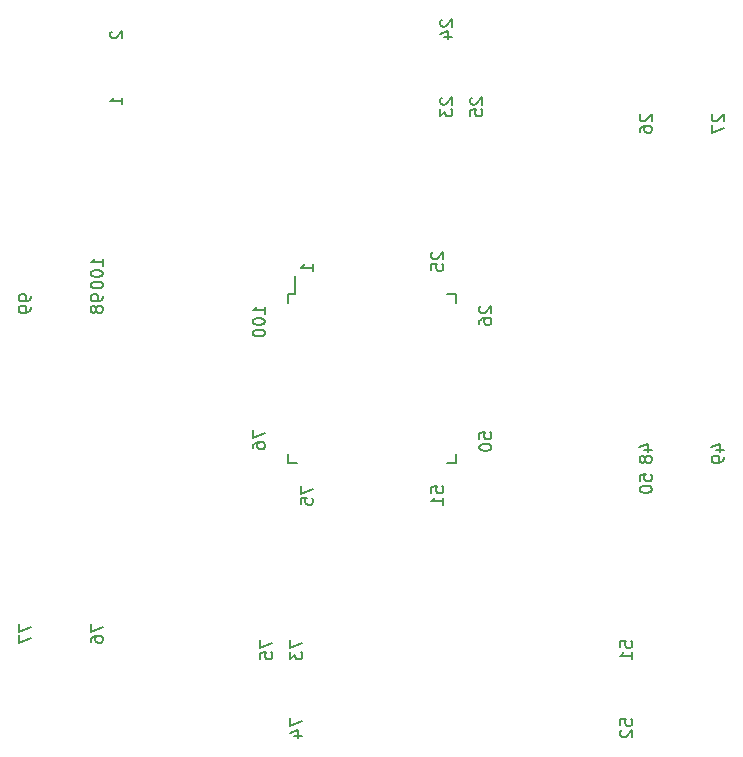
<source format=gbo>
G04 #@! TF.GenerationSoftware,KiCad,Pcbnew,(5.0.2)-1*
G04 #@! TF.CreationDate,2019-01-06T22:14:06+08:00*
G04 #@! TF.ProjectId,LQFP Breakout Board,4c514650-2042-4726-9561-6b6f75742042,rev?*
G04 #@! TF.SameCoordinates,Original*
G04 #@! TF.FileFunction,Legend,Bot*
G04 #@! TF.FilePolarity,Positive*
%FSLAX46Y46*%
G04 Gerber Fmt 4.6, Leading zero omitted, Abs format (unit mm)*
G04 Created by KiCad (PCBNEW (5.0.2)-1) date 01/06/19 22:14:06*
%MOMM*%
%LPD*%
G01*
G04 APERTURE LIST*
%ADD10C,0.203200*%
%ADD11C,0.150000*%
G04 APERTURE END LIST*
D10*
X115140619Y-94246095D02*
X115140619Y-93762285D01*
X115624428Y-93713904D01*
X115576047Y-93762285D01*
X115527666Y-93859047D01*
X115527666Y-94100952D01*
X115576047Y-94197714D01*
X115624428Y-94246095D01*
X115721190Y-94294476D01*
X115963095Y-94294476D01*
X116059857Y-94246095D01*
X116108238Y-94197714D01*
X116156619Y-94100952D01*
X116156619Y-93859047D01*
X116108238Y-93762285D01*
X116059857Y-93713904D01*
X115140619Y-94923428D02*
X115140619Y-95020190D01*
X115189000Y-95116952D01*
X115237380Y-95165333D01*
X115334142Y-95213714D01*
X115527666Y-95262095D01*
X115769571Y-95262095D01*
X115963095Y-95213714D01*
X116059857Y-95165333D01*
X116108238Y-95116952D01*
X116156619Y-95020190D01*
X116156619Y-94923428D01*
X116108238Y-94826666D01*
X116059857Y-94778285D01*
X115963095Y-94729904D01*
X115769571Y-94681523D01*
X115527666Y-94681523D01*
X115334142Y-94729904D01*
X115237380Y-94778285D01*
X115189000Y-94826666D01*
X115140619Y-94923428D01*
X115479285Y-91657714D02*
X116156619Y-91657714D01*
X115092238Y-91415809D02*
X115817952Y-91173904D01*
X115817952Y-91802857D01*
X115576047Y-92335047D02*
X115527666Y-92238285D01*
X115479285Y-92189904D01*
X115382523Y-92141523D01*
X115334142Y-92141523D01*
X115237380Y-92189904D01*
X115189000Y-92238285D01*
X115140619Y-92335047D01*
X115140619Y-92528571D01*
X115189000Y-92625333D01*
X115237380Y-92673714D01*
X115334142Y-92722095D01*
X115382523Y-92722095D01*
X115479285Y-92673714D01*
X115527666Y-92625333D01*
X115576047Y-92528571D01*
X115576047Y-92335047D01*
X115624428Y-92238285D01*
X115672809Y-92189904D01*
X115769571Y-92141523D01*
X115963095Y-92141523D01*
X116059857Y-92189904D01*
X116108238Y-92238285D01*
X116156619Y-92335047D01*
X116156619Y-92528571D01*
X116108238Y-92625333D01*
X116059857Y-92673714D01*
X115963095Y-92722095D01*
X115769571Y-92722095D01*
X115672809Y-92673714D01*
X115624428Y-92625333D01*
X115576047Y-92528571D01*
X121575285Y-91657714D02*
X122252619Y-91657714D01*
X121188238Y-91415809D02*
X121913952Y-91173904D01*
X121913952Y-91802857D01*
X122252619Y-92238285D02*
X122252619Y-92431809D01*
X122204238Y-92528571D01*
X122155857Y-92576952D01*
X122010714Y-92673714D01*
X121817190Y-92722095D01*
X121430142Y-92722095D01*
X121333380Y-92673714D01*
X121285000Y-92625333D01*
X121236619Y-92528571D01*
X121236619Y-92335047D01*
X121285000Y-92238285D01*
X121333380Y-92189904D01*
X121430142Y-92141523D01*
X121672047Y-92141523D01*
X121768809Y-92189904D01*
X121817190Y-92238285D01*
X121865571Y-92335047D01*
X121865571Y-92528571D01*
X121817190Y-92625333D01*
X121768809Y-92673714D01*
X121672047Y-92722095D01*
X121333380Y-63233904D02*
X121285000Y-63282285D01*
X121236619Y-63379047D01*
X121236619Y-63620952D01*
X121285000Y-63717714D01*
X121333380Y-63766095D01*
X121430142Y-63814476D01*
X121526904Y-63814476D01*
X121672047Y-63766095D01*
X122252619Y-63185523D01*
X122252619Y-63814476D01*
X121236619Y-64153142D02*
X121236619Y-64830476D01*
X122252619Y-64395047D01*
X115237380Y-63233904D02*
X115189000Y-63282285D01*
X115140619Y-63379047D01*
X115140619Y-63620952D01*
X115189000Y-63717714D01*
X115237380Y-63766095D01*
X115334142Y-63814476D01*
X115430904Y-63814476D01*
X115576047Y-63766095D01*
X116156619Y-63185523D01*
X116156619Y-63814476D01*
X115140619Y-64685333D02*
X115140619Y-64491809D01*
X115189000Y-64395047D01*
X115237380Y-64346666D01*
X115382523Y-64249904D01*
X115576047Y-64201523D01*
X115963095Y-64201523D01*
X116059857Y-64249904D01*
X116108238Y-64298285D01*
X116156619Y-64395047D01*
X116156619Y-64588571D01*
X116108238Y-64685333D01*
X116059857Y-64733714D01*
X115963095Y-64782095D01*
X115721190Y-64782095D01*
X115624428Y-64733714D01*
X115576047Y-64685333D01*
X115527666Y-64588571D01*
X115527666Y-64395047D01*
X115576047Y-64298285D01*
X115624428Y-64249904D01*
X115721190Y-64201523D01*
X69674619Y-76030666D02*
X69674619Y-75450095D01*
X69674619Y-75740380D02*
X68658619Y-75740380D01*
X68803761Y-75643619D01*
X68900523Y-75546857D01*
X68948904Y-75450095D01*
X68658619Y-76659619D02*
X68658619Y-76756380D01*
X68707000Y-76853142D01*
X68755380Y-76901523D01*
X68852142Y-76949904D01*
X69045666Y-76998285D01*
X69287571Y-76998285D01*
X69481095Y-76949904D01*
X69577857Y-76901523D01*
X69626238Y-76853142D01*
X69674619Y-76756380D01*
X69674619Y-76659619D01*
X69626238Y-76562857D01*
X69577857Y-76514476D01*
X69481095Y-76466095D01*
X69287571Y-76417714D01*
X69045666Y-76417714D01*
X68852142Y-76466095D01*
X68755380Y-76514476D01*
X68707000Y-76562857D01*
X68658619Y-76659619D01*
X68658619Y-77627238D02*
X68658619Y-77724000D01*
X68707000Y-77820761D01*
X68755380Y-77869142D01*
X68852142Y-77917523D01*
X69045666Y-77965904D01*
X69287571Y-77965904D01*
X69481095Y-77917523D01*
X69577857Y-77869142D01*
X69626238Y-77820761D01*
X69674619Y-77724000D01*
X69674619Y-77627238D01*
X69626238Y-77530476D01*
X69577857Y-77482095D01*
X69481095Y-77433714D01*
X69287571Y-77385333D01*
X69045666Y-77385333D01*
X68852142Y-77433714D01*
X68755380Y-77482095D01*
X68707000Y-77530476D01*
X68658619Y-77627238D01*
X69674619Y-78570666D02*
X69674619Y-78764190D01*
X69626238Y-78860952D01*
X69577857Y-78909333D01*
X69432714Y-79006095D01*
X69239190Y-79054476D01*
X68852142Y-79054476D01*
X68755380Y-79006095D01*
X68707000Y-78957714D01*
X68658619Y-78860952D01*
X68658619Y-78667428D01*
X68707000Y-78570666D01*
X68755380Y-78522285D01*
X68852142Y-78473904D01*
X69094047Y-78473904D01*
X69190809Y-78522285D01*
X69239190Y-78570666D01*
X69287571Y-78667428D01*
X69287571Y-78860952D01*
X69239190Y-78957714D01*
X69190809Y-79006095D01*
X69094047Y-79054476D01*
X69094047Y-79635047D02*
X69045666Y-79538285D01*
X68997285Y-79489904D01*
X68900523Y-79441523D01*
X68852142Y-79441523D01*
X68755380Y-79489904D01*
X68707000Y-79538285D01*
X68658619Y-79635047D01*
X68658619Y-79828571D01*
X68707000Y-79925333D01*
X68755380Y-79973714D01*
X68852142Y-80022095D01*
X68900523Y-80022095D01*
X68997285Y-79973714D01*
X69045666Y-79925333D01*
X69094047Y-79828571D01*
X69094047Y-79635047D01*
X69142428Y-79538285D01*
X69190809Y-79489904D01*
X69287571Y-79441523D01*
X69481095Y-79441523D01*
X69577857Y-79489904D01*
X69626238Y-79538285D01*
X69674619Y-79635047D01*
X69674619Y-79828571D01*
X69626238Y-79925333D01*
X69577857Y-79973714D01*
X69481095Y-80022095D01*
X69287571Y-80022095D01*
X69190809Y-79973714D01*
X69142428Y-79925333D01*
X69094047Y-79828571D01*
X63578619Y-78570666D02*
X63578619Y-78764190D01*
X63530238Y-78860952D01*
X63481857Y-78909333D01*
X63336714Y-79006095D01*
X63143190Y-79054476D01*
X62756142Y-79054476D01*
X62659380Y-79006095D01*
X62611000Y-78957714D01*
X62562619Y-78860952D01*
X62562619Y-78667428D01*
X62611000Y-78570666D01*
X62659380Y-78522285D01*
X62756142Y-78473904D01*
X62998047Y-78473904D01*
X63094809Y-78522285D01*
X63143190Y-78570666D01*
X63191571Y-78667428D01*
X63191571Y-78860952D01*
X63143190Y-78957714D01*
X63094809Y-79006095D01*
X62998047Y-79054476D01*
X63578619Y-79538285D02*
X63578619Y-79731809D01*
X63530238Y-79828571D01*
X63481857Y-79876952D01*
X63336714Y-79973714D01*
X63143190Y-80022095D01*
X62756142Y-80022095D01*
X62659380Y-79973714D01*
X62611000Y-79925333D01*
X62562619Y-79828571D01*
X62562619Y-79635047D01*
X62611000Y-79538285D01*
X62659380Y-79489904D01*
X62756142Y-79441523D01*
X62998047Y-79441523D01*
X63094809Y-79489904D01*
X63143190Y-79538285D01*
X63191571Y-79635047D01*
X63191571Y-79828571D01*
X63143190Y-79925333D01*
X63094809Y-79973714D01*
X62998047Y-80022095D01*
X62562619Y-106365523D02*
X62562619Y-107042857D01*
X63578619Y-106607428D01*
X62562619Y-107333142D02*
X62562619Y-108010476D01*
X63578619Y-107575047D01*
X68658619Y-106365523D02*
X68658619Y-107042857D01*
X69674619Y-106607428D01*
X68658619Y-107865333D02*
X68658619Y-107671809D01*
X68707000Y-107575047D01*
X68755380Y-107526666D01*
X68900523Y-107429904D01*
X69094047Y-107381523D01*
X69481095Y-107381523D01*
X69577857Y-107429904D01*
X69626238Y-107478285D01*
X69674619Y-107575047D01*
X69674619Y-107768571D01*
X69626238Y-107865333D01*
X69577857Y-107913714D01*
X69481095Y-107962095D01*
X69239190Y-107962095D01*
X69142428Y-107913714D01*
X69094047Y-107865333D01*
X69045666Y-107768571D01*
X69045666Y-107575047D01*
X69094047Y-107478285D01*
X69142428Y-107429904D01*
X69239190Y-107381523D01*
X83009619Y-107762523D02*
X83009619Y-108439857D01*
X84025619Y-108004428D01*
X83009619Y-109310714D02*
X83009619Y-108826904D01*
X83493428Y-108778523D01*
X83445047Y-108826904D01*
X83396666Y-108923666D01*
X83396666Y-109165571D01*
X83445047Y-109262333D01*
X83493428Y-109310714D01*
X83590190Y-109359095D01*
X83832095Y-109359095D01*
X83928857Y-109310714D01*
X83977238Y-109262333D01*
X84025619Y-109165571D01*
X84025619Y-108923666D01*
X83977238Y-108826904D01*
X83928857Y-108778523D01*
X113489619Y-114947095D02*
X113489619Y-114463285D01*
X113973428Y-114414904D01*
X113925047Y-114463285D01*
X113876666Y-114560047D01*
X113876666Y-114801952D01*
X113925047Y-114898714D01*
X113973428Y-114947095D01*
X114070190Y-114995476D01*
X114312095Y-114995476D01*
X114408857Y-114947095D01*
X114457238Y-114898714D01*
X114505619Y-114801952D01*
X114505619Y-114560047D01*
X114457238Y-114463285D01*
X114408857Y-114414904D01*
X113586380Y-115382523D02*
X113538000Y-115430904D01*
X113489619Y-115527666D01*
X113489619Y-115769571D01*
X113538000Y-115866333D01*
X113586380Y-115914714D01*
X113683142Y-115963095D01*
X113779904Y-115963095D01*
X113925047Y-115914714D01*
X114505619Y-115334142D01*
X114505619Y-115963095D01*
X113489619Y-108343095D02*
X113489619Y-107859285D01*
X113973428Y-107810904D01*
X113925047Y-107859285D01*
X113876666Y-107956047D01*
X113876666Y-108197952D01*
X113925047Y-108294714D01*
X113973428Y-108343095D01*
X114070190Y-108391476D01*
X114312095Y-108391476D01*
X114408857Y-108343095D01*
X114457238Y-108294714D01*
X114505619Y-108197952D01*
X114505619Y-107956047D01*
X114457238Y-107859285D01*
X114408857Y-107810904D01*
X114505619Y-109359095D02*
X114505619Y-108778523D01*
X114505619Y-109068809D02*
X113489619Y-109068809D01*
X113634761Y-108972047D01*
X113731523Y-108875285D01*
X113779904Y-108778523D01*
X85549619Y-114366523D02*
X85549619Y-115043857D01*
X86565619Y-114608428D01*
X85888285Y-115866333D02*
X86565619Y-115866333D01*
X85501238Y-115624428D02*
X86226952Y-115382523D01*
X86226952Y-116011476D01*
X85549619Y-107762523D02*
X85549619Y-108439857D01*
X86565619Y-108004428D01*
X85549619Y-108730142D02*
X85549619Y-109359095D01*
X85936666Y-109020428D01*
X85936666Y-109165571D01*
X85985047Y-109262333D01*
X86033428Y-109310714D01*
X86130190Y-109359095D01*
X86372095Y-109359095D01*
X86468857Y-109310714D01*
X86517238Y-109262333D01*
X86565619Y-109165571D01*
X86565619Y-108875285D01*
X86517238Y-108778523D01*
X86468857Y-108730142D01*
X100886380Y-61836904D02*
X100838000Y-61885285D01*
X100789619Y-61982047D01*
X100789619Y-62223952D01*
X100838000Y-62320714D01*
X100886380Y-62369095D01*
X100983142Y-62417476D01*
X101079904Y-62417476D01*
X101225047Y-62369095D01*
X101805619Y-61788523D01*
X101805619Y-62417476D01*
X100789619Y-63336714D02*
X100789619Y-62852904D01*
X101273428Y-62804523D01*
X101225047Y-62852904D01*
X101176666Y-62949666D01*
X101176666Y-63191571D01*
X101225047Y-63288333D01*
X101273428Y-63336714D01*
X101370190Y-63385095D01*
X101612095Y-63385095D01*
X101708857Y-63336714D01*
X101757238Y-63288333D01*
X101805619Y-63191571D01*
X101805619Y-62949666D01*
X101757238Y-62852904D01*
X101708857Y-62804523D01*
X98346380Y-61836904D02*
X98298000Y-61885285D01*
X98249619Y-61982047D01*
X98249619Y-62223952D01*
X98298000Y-62320714D01*
X98346380Y-62369095D01*
X98443142Y-62417476D01*
X98539904Y-62417476D01*
X98685047Y-62369095D01*
X99265619Y-61788523D01*
X99265619Y-62417476D01*
X98249619Y-62756142D02*
X98249619Y-63385095D01*
X98636666Y-63046428D01*
X98636666Y-63191571D01*
X98685047Y-63288333D01*
X98733428Y-63336714D01*
X98830190Y-63385095D01*
X99072095Y-63385095D01*
X99168857Y-63336714D01*
X99217238Y-63288333D01*
X99265619Y-63191571D01*
X99265619Y-62901285D01*
X99217238Y-62804523D01*
X99168857Y-62756142D01*
X98346380Y-55232904D02*
X98298000Y-55281285D01*
X98249619Y-55378047D01*
X98249619Y-55619952D01*
X98298000Y-55716714D01*
X98346380Y-55765095D01*
X98443142Y-55813476D01*
X98539904Y-55813476D01*
X98685047Y-55765095D01*
X99265619Y-55184523D01*
X99265619Y-55813476D01*
X98588285Y-56684333D02*
X99265619Y-56684333D01*
X98201238Y-56442428D02*
X98926952Y-56200523D01*
X98926952Y-56829476D01*
X70406380Y-56224714D02*
X70358000Y-56273095D01*
X70309619Y-56369857D01*
X70309619Y-56611761D01*
X70358000Y-56708523D01*
X70406380Y-56756904D01*
X70503142Y-56805285D01*
X70599904Y-56805285D01*
X70745047Y-56756904D01*
X71325619Y-56176333D01*
X71325619Y-56805285D01*
X71325619Y-62393285D02*
X71325619Y-61812714D01*
X71325619Y-62103000D02*
X70309619Y-62103000D01*
X70454761Y-62006238D01*
X70551523Y-61909476D01*
X70599904Y-61812714D01*
X83390619Y-80094666D02*
X83390619Y-79514095D01*
X83390619Y-79804380D02*
X82374619Y-79804380D01*
X82519761Y-79707619D01*
X82616523Y-79610857D01*
X82664904Y-79514095D01*
X82374619Y-80723619D02*
X82374619Y-80820380D01*
X82423000Y-80917142D01*
X82471380Y-80965523D01*
X82568142Y-81013904D01*
X82761666Y-81062285D01*
X83003571Y-81062285D01*
X83197095Y-81013904D01*
X83293857Y-80965523D01*
X83342238Y-80917142D01*
X83390619Y-80820380D01*
X83390619Y-80723619D01*
X83342238Y-80626857D01*
X83293857Y-80578476D01*
X83197095Y-80530095D01*
X83003571Y-80481714D01*
X82761666Y-80481714D01*
X82568142Y-80530095D01*
X82471380Y-80578476D01*
X82423000Y-80626857D01*
X82374619Y-80723619D01*
X82374619Y-81691238D02*
X82374619Y-81788000D01*
X82423000Y-81884761D01*
X82471380Y-81933142D01*
X82568142Y-81981523D01*
X82761666Y-82029904D01*
X83003571Y-82029904D01*
X83197095Y-81981523D01*
X83293857Y-81933142D01*
X83342238Y-81884761D01*
X83390619Y-81788000D01*
X83390619Y-81691238D01*
X83342238Y-81594476D01*
X83293857Y-81546095D01*
X83197095Y-81497714D01*
X83003571Y-81449333D01*
X82761666Y-81449333D01*
X82568142Y-81497714D01*
X82471380Y-81546095D01*
X82423000Y-81594476D01*
X82374619Y-81691238D01*
X82374619Y-89982523D02*
X82374619Y-90659857D01*
X83390619Y-90224428D01*
X82374619Y-91482333D02*
X82374619Y-91288809D01*
X82423000Y-91192047D01*
X82471380Y-91143666D01*
X82616523Y-91046904D01*
X82810047Y-90998523D01*
X83197095Y-90998523D01*
X83293857Y-91046904D01*
X83342238Y-91095285D01*
X83390619Y-91192047D01*
X83390619Y-91385571D01*
X83342238Y-91482333D01*
X83293857Y-91530714D01*
X83197095Y-91579095D01*
X82955190Y-91579095D01*
X82858428Y-91530714D01*
X82810047Y-91482333D01*
X82761666Y-91385571D01*
X82761666Y-91192047D01*
X82810047Y-91095285D01*
X82858428Y-91046904D01*
X82955190Y-90998523D01*
X86438619Y-94681523D02*
X86438619Y-95358857D01*
X87454619Y-94923428D01*
X86438619Y-96229714D02*
X86438619Y-95745904D01*
X86922428Y-95697523D01*
X86874047Y-95745904D01*
X86825666Y-95842666D01*
X86825666Y-96084571D01*
X86874047Y-96181333D01*
X86922428Y-96229714D01*
X87019190Y-96278095D01*
X87261095Y-96278095D01*
X87357857Y-96229714D01*
X87406238Y-96181333D01*
X87454619Y-96084571D01*
X87454619Y-95842666D01*
X87406238Y-95745904D01*
X87357857Y-95697523D01*
X97487619Y-95262095D02*
X97487619Y-94778285D01*
X97971428Y-94729904D01*
X97923047Y-94778285D01*
X97874666Y-94875047D01*
X97874666Y-95116952D01*
X97923047Y-95213714D01*
X97971428Y-95262095D01*
X98068190Y-95310476D01*
X98310095Y-95310476D01*
X98406857Y-95262095D01*
X98455238Y-95213714D01*
X98503619Y-95116952D01*
X98503619Y-94875047D01*
X98455238Y-94778285D01*
X98406857Y-94729904D01*
X98503619Y-96278095D02*
X98503619Y-95697523D01*
X98503619Y-95987809D02*
X97487619Y-95987809D01*
X97632761Y-95891047D01*
X97729523Y-95794285D01*
X97777904Y-95697523D01*
X101551619Y-90690095D02*
X101551619Y-90206285D01*
X102035428Y-90157904D01*
X101987047Y-90206285D01*
X101938666Y-90303047D01*
X101938666Y-90544952D01*
X101987047Y-90641714D01*
X102035428Y-90690095D01*
X102132190Y-90738476D01*
X102374095Y-90738476D01*
X102470857Y-90690095D01*
X102519238Y-90641714D01*
X102567619Y-90544952D01*
X102567619Y-90303047D01*
X102519238Y-90206285D01*
X102470857Y-90157904D01*
X101551619Y-91367428D02*
X101551619Y-91464190D01*
X101600000Y-91560952D01*
X101648380Y-91609333D01*
X101745142Y-91657714D01*
X101938666Y-91706095D01*
X102180571Y-91706095D01*
X102374095Y-91657714D01*
X102470857Y-91609333D01*
X102519238Y-91560952D01*
X102567619Y-91464190D01*
X102567619Y-91367428D01*
X102519238Y-91270666D01*
X102470857Y-91222285D01*
X102374095Y-91173904D01*
X102180571Y-91125523D01*
X101938666Y-91125523D01*
X101745142Y-91173904D01*
X101648380Y-91222285D01*
X101600000Y-91270666D01*
X101551619Y-91367428D01*
X101648380Y-79489904D02*
X101600000Y-79538285D01*
X101551619Y-79635047D01*
X101551619Y-79876952D01*
X101600000Y-79973714D01*
X101648380Y-80022095D01*
X101745142Y-80070476D01*
X101841904Y-80070476D01*
X101987047Y-80022095D01*
X102567619Y-79441523D01*
X102567619Y-80070476D01*
X101551619Y-80941333D02*
X101551619Y-80747809D01*
X101600000Y-80651047D01*
X101648380Y-80602666D01*
X101793523Y-80505904D01*
X101987047Y-80457523D01*
X102374095Y-80457523D01*
X102470857Y-80505904D01*
X102519238Y-80554285D01*
X102567619Y-80651047D01*
X102567619Y-80844571D01*
X102519238Y-80941333D01*
X102470857Y-80989714D01*
X102374095Y-81038095D01*
X102132190Y-81038095D01*
X102035428Y-80989714D01*
X101987047Y-80941333D01*
X101938666Y-80844571D01*
X101938666Y-80651047D01*
X101987047Y-80554285D01*
X102035428Y-80505904D01*
X102132190Y-80457523D01*
X97584380Y-74917904D02*
X97536000Y-74966285D01*
X97487619Y-75063047D01*
X97487619Y-75304952D01*
X97536000Y-75401714D01*
X97584380Y-75450095D01*
X97681142Y-75498476D01*
X97777904Y-75498476D01*
X97923047Y-75450095D01*
X98503619Y-74869523D01*
X98503619Y-75498476D01*
X97487619Y-76417714D02*
X97487619Y-75933904D01*
X97971428Y-75885523D01*
X97923047Y-75933904D01*
X97874666Y-76030666D01*
X97874666Y-76272571D01*
X97923047Y-76369333D01*
X97971428Y-76417714D01*
X98068190Y-76466095D01*
X98310095Y-76466095D01*
X98406857Y-76417714D01*
X98455238Y-76369333D01*
X98503619Y-76272571D01*
X98503619Y-76030666D01*
X98455238Y-75933904D01*
X98406857Y-75885523D01*
X87454619Y-76490285D02*
X87454619Y-75909714D01*
X87454619Y-76200000D02*
X86438619Y-76200000D01*
X86583761Y-76103238D01*
X86680523Y-76006476D01*
X86728904Y-75909714D01*
D11*
G04 #@! TO.C,U1*
X85981000Y-78473000D02*
X85981000Y-76948000D01*
X85331000Y-92723000D02*
X85331000Y-91963000D01*
X99581000Y-92723000D02*
X99581000Y-91963000D01*
X99581000Y-78473000D02*
X99581000Y-79233000D01*
X85331000Y-78473000D02*
X85331000Y-79233000D01*
X99581000Y-78473000D02*
X98821000Y-78473000D01*
X99581000Y-92723000D02*
X98821000Y-92723000D01*
X85331000Y-92723000D02*
X86091000Y-92723000D01*
X85331000Y-78473000D02*
X85981000Y-78473000D01*
G04 #@! TD*
M02*

</source>
